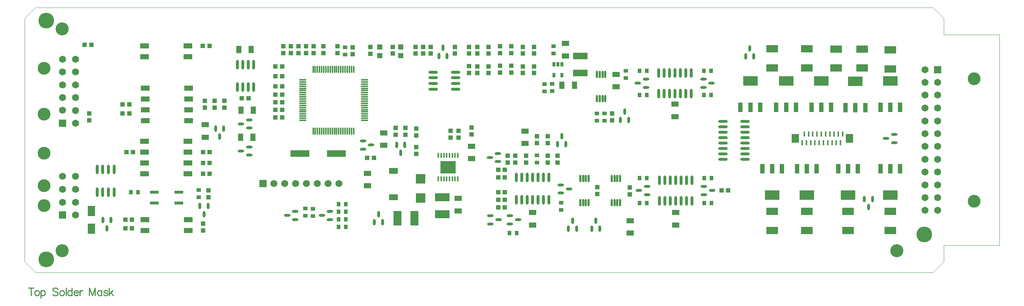
<source format=gts>
%FSLAX23Y23*%
%MOIN*%
G70*
G01*
G75*
G04 Layer_Color=8388736*
%ADD10C,0.010*%
%ADD11C,0.004*%
%ADD12C,0.004*%
%ADD13C,0.120*%
%ADD14R,0.071X0.051*%
%ADD15R,0.039X0.039*%
%ADD16R,0.039X0.039*%
%ADD17O,0.059X0.024*%
%ADD18O,0.024X0.059*%
%ADD19R,0.047X0.047*%
%ADD20R,0.080X0.050*%
%ADD21R,0.177X0.059*%
%ADD22O,0.024X0.087*%
%ADD23O,0.024X0.087*%
%ADD24R,0.141X0.116*%
%ADD25O,0.012X0.047*%
%ADD26O,0.011X0.067*%
%ADD27O,0.067X0.011*%
%ADD28O,0.087X0.024*%
%ADD29R,0.035X0.039*%
%ADD30R,0.039X0.035*%
%ADD31R,0.106X0.071*%
%ADD32R,0.134X0.085*%
%ADD33R,0.041X0.085*%
%ADD34R,0.041X0.085*%
%ADD35R,0.084X0.052*%
%ADD36R,0.071X0.094*%
%ADD37O,0.087X0.024*%
%ADD38R,0.091X0.091*%
%ADD39R,0.051X0.071*%
%ADD40R,0.075X0.134*%
%ADD41R,0.134X0.075*%
%ADD42O,0.018X0.067*%
%ADD43R,0.026X0.041*%
%ADD44R,0.134X0.063*%
%ADD45R,0.079X0.031*%
%ADD46R,0.016X0.049*%
%ADD47R,0.071X0.079*%
%ADD48C,0.145*%
%ADD49C,0.118*%
%ADD50R,0.065X0.065*%
%ADD51C,0.065*%
%ADD52R,0.065X0.065*%
%ADD53C,0.118*%
D10*
X-140Y-264D02*
Y-334D01*
X-163Y-264D02*
X-116D01*
X-91Y-288D02*
X-98Y-291D01*
X-105Y-298D01*
X-108Y-308D01*
Y-314D01*
X-105Y-324D01*
X-98Y-331D01*
X-91Y-334D01*
X-81D01*
X-75Y-331D01*
X-68Y-324D01*
X-65Y-314D01*
Y-308D01*
X-68Y-298D01*
X-75Y-291D01*
X-81Y-288D01*
X-91D01*
X-49D02*
Y-358D01*
Y-298D02*
X-43Y-291D01*
X-36Y-288D01*
X-26D01*
X-19Y-291D01*
X-13Y-298D01*
X-9Y-308D01*
Y-314D01*
X-13Y-324D01*
X-19Y-331D01*
X-26Y-334D01*
X-36D01*
X-43Y-331D01*
X-49Y-324D01*
X107Y-274D02*
X101Y-268D01*
X91Y-264D01*
X77D01*
X67Y-268D01*
X61Y-274D01*
Y-281D01*
X64Y-288D01*
X67Y-291D01*
X74Y-294D01*
X94Y-301D01*
X101Y-304D01*
X104Y-308D01*
X107Y-314D01*
Y-324D01*
X101Y-331D01*
X91Y-334D01*
X77D01*
X67Y-331D01*
X61Y-324D01*
X140Y-288D02*
X133Y-291D01*
X126Y-298D01*
X123Y-308D01*
Y-314D01*
X126Y-324D01*
X133Y-331D01*
X140Y-334D01*
X150D01*
X156Y-331D01*
X163Y-324D01*
X166Y-314D01*
Y-308D01*
X163Y-298D01*
X156Y-291D01*
X150Y-288D01*
X140D01*
X182Y-264D02*
Y-334D01*
X236Y-264D02*
Y-334D01*
Y-298D02*
X230Y-291D01*
X223Y-288D01*
X213D01*
X206Y-291D01*
X200Y-298D01*
X196Y-308D01*
Y-314D01*
X200Y-324D01*
X206Y-331D01*
X213Y-334D01*
X223D01*
X230Y-331D01*
X236Y-324D01*
X255Y-308D02*
X295D01*
Y-301D01*
X292Y-294D01*
X288Y-291D01*
X282Y-288D01*
X272D01*
X265Y-291D01*
X258Y-298D01*
X255Y-308D01*
Y-314D01*
X258Y-324D01*
X265Y-331D01*
X272Y-334D01*
X282D01*
X288Y-331D01*
X295Y-324D01*
X310Y-288D02*
Y-334D01*
Y-308D02*
X313Y-298D01*
X320Y-291D01*
X327Y-288D01*
X337D01*
X398Y-264D02*
Y-334D01*
Y-264D02*
X425Y-334D01*
X451Y-264D02*
X425Y-334D01*
X451Y-264D02*
Y-334D01*
X511Y-288D02*
Y-334D01*
Y-298D02*
X505Y-291D01*
X498Y-288D01*
X488D01*
X481Y-291D01*
X475Y-298D01*
X471Y-308D01*
Y-314D01*
X475Y-324D01*
X481Y-331D01*
X488Y-334D01*
X498D01*
X505Y-331D01*
X511Y-324D01*
X567Y-298D02*
X563Y-291D01*
X553Y-288D01*
X543D01*
X533Y-291D01*
X530Y-298D01*
X533Y-304D01*
X540Y-308D01*
X557Y-311D01*
X563Y-314D01*
X567Y-321D01*
Y-324D01*
X563Y-331D01*
X553Y-334D01*
X543D01*
X533Y-331D01*
X530Y-324D01*
X581Y-264D02*
Y-334D01*
X614Y-288D02*
X581Y-321D01*
X595Y-308D02*
X618Y-334D01*
D11*
X-200Y-21D02*
Y2224D01*
X-100Y2324D02*
X8180D01*
X-100Y-121D02*
X8180D01*
X8280Y-21D02*
Y129D01*
Y2074D02*
Y2224D01*
X8280D02*
X8280D01*
X8180Y2324D02*
X8280Y2224D01*
X8180Y-121D02*
X8280Y-21D01*
X-200D02*
X-100Y-121D01*
X-200Y2224D02*
X-100Y2324D01*
D12*
X8792Y129D02*
Y2074D01*
X8280Y129D02*
X8792D01*
X8280Y2074D02*
X8792D01*
D13*
X147Y2126D02*
D03*
Y79D02*
D03*
X7847D02*
D03*
D14*
X5385Y357D02*
D03*
Y243D02*
D03*
X3112Y1168D02*
D03*
Y1054D02*
D03*
X4790Y1878D02*
D03*
Y1992D02*
D03*
X3800Y448D02*
D03*
Y562D02*
D03*
X5800Y1432D02*
D03*
Y1318D02*
D03*
X5805Y432D02*
D03*
Y318D02*
D03*
X4485D02*
D03*
Y432D02*
D03*
X3922Y929D02*
D03*
Y1043D02*
D03*
X2962Y679D02*
D03*
Y793D02*
D03*
X4417Y1069D02*
D03*
Y1183D02*
D03*
X1465Y1242D02*
D03*
Y1128D02*
D03*
X5255Y1593D02*
D03*
Y1707D02*
D03*
D15*
X2255Y1966D02*
D03*
Y1904D02*
D03*
X2185Y1966D02*
D03*
Y1904D02*
D03*
X4255Y894D02*
D03*
Y956D02*
D03*
X3312Y1151D02*
D03*
Y1214D02*
D03*
X3222Y1214D02*
D03*
Y1151D02*
D03*
X1495Y636D02*
D03*
Y574D02*
D03*
X3730Y1124D02*
D03*
Y1186D02*
D03*
X3405Y1961D02*
D03*
Y1899D02*
D03*
X3475Y1961D02*
D03*
Y1899D02*
D03*
X3802Y1124D02*
D03*
Y1187D02*
D03*
X3412Y1207D02*
D03*
Y1144D02*
D03*
X4427Y894D02*
D03*
Y957D02*
D03*
X4627Y1137D02*
D03*
Y1074D02*
D03*
X4527Y1074D02*
D03*
Y1137D02*
D03*
X4627Y957D02*
D03*
Y894D02*
D03*
X4327Y957D02*
D03*
Y894D02*
D03*
X2825Y1894D02*
D03*
Y1956D02*
D03*
X3195Y1899D02*
D03*
Y1961D02*
D03*
X2991Y1897D02*
D03*
Y1960D02*
D03*
X397Y1284D02*
D03*
Y1347D02*
D03*
X2325Y1904D02*
D03*
Y1966D02*
D03*
X2395Y1904D02*
D03*
Y1966D02*
D03*
X3770Y1961D02*
D03*
Y1899D02*
D03*
X3922Y1154D02*
D03*
Y1217D02*
D03*
X1552Y1399D02*
D03*
Y1462D02*
D03*
X1642Y1399D02*
D03*
Y1462D02*
D03*
X1462Y1399D02*
D03*
Y1462D02*
D03*
X3412Y1037D02*
D03*
Y974D02*
D03*
X4500Y1781D02*
D03*
Y1719D02*
D03*
X4395Y1781D02*
D03*
Y1719D02*
D03*
X4290Y1786D02*
D03*
Y1724D02*
D03*
X4500Y1899D02*
D03*
Y1961D02*
D03*
X4395Y1899D02*
D03*
Y1961D02*
D03*
X4290Y1904D02*
D03*
Y1966D02*
D03*
X4185Y1786D02*
D03*
Y1724D02*
D03*
X4080Y1781D02*
D03*
Y1719D02*
D03*
X3975Y1781D02*
D03*
Y1719D02*
D03*
X4185Y1904D02*
D03*
Y1966D02*
D03*
X4080Y1899D02*
D03*
Y1961D02*
D03*
X3975Y1899D02*
D03*
Y1961D02*
D03*
X2685Y1966D02*
D03*
Y1904D02*
D03*
X2557Y1904D02*
D03*
Y1967D02*
D03*
X1447Y267D02*
D03*
Y330D02*
D03*
X3900Y1782D02*
D03*
Y1719D02*
D03*
X3900Y1961D02*
D03*
Y1899D02*
D03*
X2467Y1904D02*
D03*
Y1967D02*
D03*
X4717Y894D02*
D03*
Y957D02*
D03*
X5384Y600D02*
D03*
Y662D02*
D03*
X5084Y665D02*
D03*
Y603D02*
D03*
X5220Y1284D02*
D03*
Y1346D02*
D03*
X3545Y1899D02*
D03*
Y1961D02*
D03*
D16*
X4231Y480D02*
D03*
X4169D02*
D03*
X6229Y635D02*
D03*
X6291D02*
D03*
X739Y990D02*
D03*
X801D02*
D03*
X704Y1345D02*
D03*
X766D02*
D03*
X729Y365D02*
D03*
X791D02*
D03*
X729Y285D02*
D03*
X791D02*
D03*
X4169Y620D02*
D03*
X4231D02*
D03*
X4169Y550D02*
D03*
X4231D02*
D03*
X1802Y1488D02*
D03*
X1865D02*
D03*
X2961Y936D02*
D03*
X3023D02*
D03*
X4231Y755D02*
D03*
X4169D02*
D03*
X4169Y825D02*
D03*
X4231D02*
D03*
X1446Y791D02*
D03*
X1508D02*
D03*
X1446Y891D02*
D03*
X1508D02*
D03*
X1446Y991D02*
D03*
X1508D02*
D03*
X354Y1979D02*
D03*
X416D02*
D03*
X2176Y1380D02*
D03*
X2114D02*
D03*
Y1690D02*
D03*
X2176D02*
D03*
X2114Y1450D02*
D03*
X2176D02*
D03*
X2114Y1780D02*
D03*
X2176D02*
D03*
X2114Y1520D02*
D03*
X2176D02*
D03*
X2114Y1595D02*
D03*
X2176D02*
D03*
X1506Y1970D02*
D03*
X1444D02*
D03*
X704Y1430D02*
D03*
X766D02*
D03*
X2114Y1310D02*
D03*
X2176D02*
D03*
D17*
X7748Y1115D02*
D03*
X7823Y1152D02*
D03*
Y1077D02*
D03*
X2997Y1055D02*
D03*
X2922Y1018D02*
D03*
Y1093D02*
D03*
X1798Y1000D02*
D03*
X1873Y1037D02*
D03*
Y962D02*
D03*
X1798Y1250D02*
D03*
X1873Y1287D02*
D03*
Y1212D02*
D03*
X4097Y403D02*
D03*
Y328D02*
D03*
X4172Y365D02*
D03*
X4168Y902D02*
D03*
Y977D02*
D03*
X4093Y940D02*
D03*
X4277Y403D02*
D03*
X4352Y365D02*
D03*
X4277Y328D02*
D03*
X4747Y613D02*
D03*
X4822Y650D02*
D03*
X4747Y688D02*
D03*
X6137Y1625D02*
D03*
X6062Y1588D02*
D03*
Y1663D02*
D03*
X6142Y635D02*
D03*
X6067Y598D02*
D03*
Y673D02*
D03*
X5458Y1625D02*
D03*
X5533Y1662D02*
D03*
Y1587D02*
D03*
X5468Y635D02*
D03*
X5543Y672D02*
D03*
Y597D02*
D03*
X2543Y405D02*
D03*
X2618Y367D02*
D03*
Y442D02*
D03*
X2298Y367D02*
D03*
Y442D02*
D03*
X2223Y405D02*
D03*
D18*
X6452Y1872D02*
D03*
X6527D02*
D03*
X6490Y1947D02*
D03*
X7585Y483D02*
D03*
X7548Y558D02*
D03*
X7623D02*
D03*
X3270Y983D02*
D03*
X3233Y1058D02*
D03*
X3308D02*
D03*
X1455Y418D02*
D03*
X1418Y493D02*
D03*
X1493D02*
D03*
X3065Y417D02*
D03*
X3102Y342D02*
D03*
X3027D02*
D03*
X523Y363D02*
D03*
X560Y288D02*
D03*
X598Y363D02*
D03*
X3622Y1877D02*
D03*
X3697D02*
D03*
X3659Y1952D02*
D03*
X4717Y1062D02*
D03*
X4792D02*
D03*
X4755Y1137D02*
D03*
X1638Y1208D02*
D03*
X1563D02*
D03*
X1600Y1133D02*
D03*
X5070Y357D02*
D03*
X5033Y282D02*
D03*
X5108D02*
D03*
X4855Y357D02*
D03*
X4818Y282D02*
D03*
X4893D02*
D03*
X5297Y1287D02*
D03*
X5372D02*
D03*
X5335Y1362D02*
D03*
D19*
X3075Y1879D02*
D03*
Y1961D02*
D03*
X3270Y1879D02*
D03*
Y1961D02*
D03*
D20*
X1308Y1091D02*
D03*
Y791D02*
D03*
X908D02*
D03*
Y1091D02*
D03*
Y991D02*
D03*
Y891D02*
D03*
X1308Y991D02*
D03*
Y891D02*
D03*
X912Y1279D02*
D03*
Y1579D02*
D03*
X1312D02*
D03*
Y1279D02*
D03*
Y1379D02*
D03*
Y1479D02*
D03*
X912Y1379D02*
D03*
Y1479D02*
D03*
X1309Y265D02*
D03*
Y365D02*
D03*
X909D02*
D03*
Y265D02*
D03*
X908Y1971D02*
D03*
Y1871D02*
D03*
X1308D02*
D03*
Y1971D02*
D03*
D21*
X2675Y976D02*
D03*
X2341D02*
D03*
D22*
X5650Y1720D02*
D03*
X5800D02*
D03*
X5950D02*
D03*
Y1531D02*
D03*
X5800D02*
D03*
X5750D02*
D03*
X5700D02*
D03*
X5650D02*
D03*
X5900Y1720D02*
D03*
X5850D02*
D03*
X5750D02*
D03*
X5700D02*
D03*
X5850Y1531D02*
D03*
X5900D02*
D03*
X5655Y541D02*
D03*
X5705D02*
D03*
X5755D02*
D03*
X5805D02*
D03*
X5855D02*
D03*
X5905D02*
D03*
X5955D02*
D03*
Y730D02*
D03*
X5905D02*
D03*
X5855D02*
D03*
X5805D02*
D03*
X5755D02*
D03*
X5705D02*
D03*
X5655D02*
D03*
X1764Y1591D02*
D03*
X4586Y550D02*
D03*
X4536D02*
D03*
X4336D02*
D03*
X4386D02*
D03*
X4436D02*
D03*
X4486D02*
D03*
X4636D02*
D03*
X4336Y758D02*
D03*
X4386D02*
D03*
X4436D02*
D03*
X4486D02*
D03*
X4536D02*
D03*
X4586D02*
D03*
X4636D02*
D03*
X521Y830D02*
D03*
X469D02*
D03*
X573Y621D02*
D03*
X521D02*
D03*
X625Y830D02*
D03*
Y621D02*
D03*
X469D02*
D03*
D23*
X1914Y1795D02*
D03*
X1864D02*
D03*
X1814D02*
D03*
X1764D02*
D03*
X1914Y1591D02*
D03*
X1864D02*
D03*
X1814D02*
D03*
X573Y830D02*
D03*
D24*
X3707Y851D02*
D03*
D25*
X3617Y742D02*
D03*
X3643D02*
D03*
X3669D02*
D03*
X3694D02*
D03*
X3720D02*
D03*
X3745D02*
D03*
X3771D02*
D03*
X3797D02*
D03*
X3617Y960D02*
D03*
X3643D02*
D03*
X3669D02*
D03*
X3694D02*
D03*
X3720D02*
D03*
X3745D02*
D03*
X3771D02*
D03*
X3797D02*
D03*
D26*
X2737Y1184D02*
D03*
X2718D02*
D03*
X2796Y1754D02*
D03*
X2757Y1184D02*
D03*
X2836Y1754D02*
D03*
X2816D02*
D03*
X2777D02*
D03*
X2757D02*
D03*
X2737D02*
D03*
X2718D02*
D03*
X2698D02*
D03*
X2678D02*
D03*
X2659D02*
D03*
X2639D02*
D03*
X2619D02*
D03*
X2599D02*
D03*
X2580D02*
D03*
X2560D02*
D03*
X2540D02*
D03*
X2521D02*
D03*
X2501D02*
D03*
X2481D02*
D03*
X2462D02*
D03*
X2836Y1184D02*
D03*
X2816D02*
D03*
X2796D02*
D03*
X2777D02*
D03*
X2698D02*
D03*
X2678D02*
D03*
X2659D02*
D03*
X2639D02*
D03*
X2619D02*
D03*
X2599D02*
D03*
X2580D02*
D03*
X2560D02*
D03*
X2540D02*
D03*
X2521D02*
D03*
X2501D02*
D03*
X2481D02*
D03*
X2462D02*
D03*
D27*
X2365Y1362D02*
D03*
X2936Y1618D02*
D03*
X2365Y1657D02*
D03*
Y1637D02*
D03*
Y1618D02*
D03*
Y1598D02*
D03*
Y1578D02*
D03*
Y1559D02*
D03*
Y1539D02*
D03*
Y1519D02*
D03*
Y1499D02*
D03*
Y1480D02*
D03*
Y1460D02*
D03*
Y1440D02*
D03*
Y1421D02*
D03*
Y1401D02*
D03*
Y1381D02*
D03*
Y1342D02*
D03*
Y1322D02*
D03*
Y1303D02*
D03*
Y1283D02*
D03*
X2936Y1657D02*
D03*
Y1637D02*
D03*
Y1598D02*
D03*
Y1578D02*
D03*
Y1559D02*
D03*
Y1539D02*
D03*
Y1519D02*
D03*
Y1499D02*
D03*
Y1480D02*
D03*
Y1460D02*
D03*
Y1440D02*
D03*
Y1421D02*
D03*
Y1401D02*
D03*
Y1381D02*
D03*
Y1362D02*
D03*
Y1342D02*
D03*
Y1322D02*
D03*
Y1303D02*
D03*
Y1283D02*
D03*
D28*
X6447Y1272D02*
D03*
Y1222D02*
D03*
Y1172D02*
D03*
Y1122D02*
D03*
Y1072D02*
D03*
Y1022D02*
D03*
Y972D02*
D03*
Y922D02*
D03*
X6243Y972D02*
D03*
Y1022D02*
D03*
Y1072D02*
D03*
Y1122D02*
D03*
Y1172D02*
D03*
Y1222D02*
D03*
Y1272D02*
D03*
Y922D02*
D03*
X3569Y1675D02*
D03*
D29*
X6066Y1515D02*
D03*
X6133D02*
D03*
X4272Y244D02*
D03*
X4339D02*
D03*
X6071Y520D02*
D03*
X6138D02*
D03*
X2764Y440D02*
D03*
X2697D02*
D03*
X2696Y510D02*
D03*
X2763D02*
D03*
X6133Y1740D02*
D03*
X6066D02*
D03*
X6071Y750D02*
D03*
X6138D02*
D03*
X848Y620D02*
D03*
X781D02*
D03*
X5539Y1740D02*
D03*
X5472D02*
D03*
X5539Y750D02*
D03*
X5472D02*
D03*
X5539Y1515D02*
D03*
X5472D02*
D03*
X5539Y520D02*
D03*
X5472D02*
D03*
X2763Y300D02*
D03*
X2696D02*
D03*
X2764Y370D02*
D03*
X2697D02*
D03*
D30*
X4750Y457D02*
D03*
Y524D02*
D03*
X4665Y1552D02*
D03*
Y1619D02*
D03*
X2460Y468D02*
D03*
Y401D02*
D03*
X4595Y1551D02*
D03*
Y1618D02*
D03*
X5080Y1348D02*
D03*
Y1281D02*
D03*
X5345Y1672D02*
D03*
Y1739D02*
D03*
X5150Y1281D02*
D03*
Y1348D02*
D03*
X4527Y893D02*
D03*
Y959D02*
D03*
X2755Y1958D02*
D03*
Y1891D02*
D03*
X1405Y572D02*
D03*
Y639D02*
D03*
X4680Y1901D02*
D03*
Y1968D02*
D03*
X2390Y402D02*
D03*
Y469D02*
D03*
D31*
X7525Y1941D02*
D03*
Y1766D02*
D03*
X7285D02*
D03*
Y1941D02*
D03*
X7787Y443D02*
D03*
Y268D02*
D03*
Y1758D02*
D03*
Y1933D02*
D03*
X6697Y443D02*
D03*
Y268D02*
D03*
Y1768D02*
D03*
Y1943D02*
D03*
X7017Y268D02*
D03*
Y443D02*
D03*
Y1768D02*
D03*
Y1943D02*
D03*
X7397Y268D02*
D03*
Y443D02*
D03*
D32*
X7150Y1646D02*
D03*
X7787Y594D02*
D03*
X7787Y1646D02*
D03*
X6697Y594D02*
D03*
X6495Y1646D02*
D03*
X7017Y594D02*
D03*
X6825Y1646D02*
D03*
X7397Y594D02*
D03*
X7464Y1644D02*
D03*
D33*
X7241Y1402D02*
D03*
X7150D02*
D03*
X7696Y838D02*
D03*
X7787D02*
D03*
X7878Y1402D02*
D03*
X7787D02*
D03*
X6697Y838D02*
D03*
X6606D02*
D03*
X6586Y1402D02*
D03*
X6495D02*
D03*
X7017Y838D02*
D03*
X6926D02*
D03*
X6916Y1402D02*
D03*
X6825D02*
D03*
X7397Y838D02*
D03*
X7306D02*
D03*
X7464Y1400D02*
D03*
X7555D02*
D03*
D34*
X7059Y1402D02*
D03*
X7878Y838D02*
D03*
X7696Y1402D02*
D03*
X6788Y838D02*
D03*
X6404Y1402D02*
D03*
X7108Y838D02*
D03*
X6734Y1402D02*
D03*
X7488Y838D02*
D03*
X7373Y1400D02*
D03*
D35*
X3202Y818D02*
D03*
Y573D02*
D03*
D36*
X415Y283D02*
D03*
Y445D02*
D03*
D37*
X3569Y1727D02*
D03*
X3778Y1571D02*
D03*
Y1623D02*
D03*
Y1675D02*
D03*
Y1727D02*
D03*
X3569Y1571D02*
D03*
Y1623D02*
D03*
D38*
X3452Y566D02*
D03*
Y743D02*
D03*
D39*
X1911Y1378D02*
D03*
X1797D02*
D03*
X1891Y1938D02*
D03*
X1777D02*
D03*
X1907Y1125D02*
D03*
X1793D02*
D03*
X4758Y1605D02*
D03*
X4872D02*
D03*
D40*
X3395Y381D02*
D03*
X3241D02*
D03*
D41*
X3652Y572D02*
D03*
Y418D02*
D03*
D42*
X5294Y523D02*
D03*
X5268D02*
D03*
X5242D02*
D03*
X5217D02*
D03*
Y747D02*
D03*
X5242D02*
D03*
X5268D02*
D03*
X5294D02*
D03*
X5004Y523D02*
D03*
X4978D02*
D03*
X4952D02*
D03*
X4927D02*
D03*
Y747D02*
D03*
X4952D02*
D03*
X4978D02*
D03*
X5004D02*
D03*
X5081Y1482D02*
D03*
X5107D02*
D03*
X5133D02*
D03*
X5158D02*
D03*
Y1706D02*
D03*
X5133D02*
D03*
X5107D02*
D03*
X5081D02*
D03*
D43*
X4758Y1701D02*
D03*
X4683D02*
D03*
Y1799D02*
D03*
X4720D02*
D03*
X4758D02*
D03*
D44*
X4925Y1721D02*
D03*
Y1878D02*
D03*
D45*
X1224Y620D02*
D03*
Y520D02*
D03*
X996D02*
D03*
Y620D02*
D03*
D46*
X7327Y1078D02*
D03*
X7308Y1156D02*
D03*
X7288Y1078D02*
D03*
X7268Y1156D02*
D03*
X7249Y1078D02*
D03*
X7229Y1156D02*
D03*
X6973Y1078D02*
D03*
X7170D02*
D03*
X7190Y1156D02*
D03*
X7209Y1078D02*
D03*
X7347Y1156D02*
D03*
X6993D02*
D03*
X7012Y1078D02*
D03*
X7032Y1156D02*
D03*
X7052Y1078D02*
D03*
X7071Y1156D02*
D03*
X7130Y1078D02*
D03*
X7150Y1156D02*
D03*
X7091Y1078D02*
D03*
X7111Y1156D02*
D03*
D47*
X6910Y1117D02*
D03*
X7410D02*
D03*
D48*
X0Y0D02*
D03*
Y2202D02*
D03*
X8100Y229D02*
D03*
D49*
X-19Y981D02*
D03*
X-19Y495D02*
D03*
Y680D02*
D03*
X-19Y1341D02*
D03*
D50*
X2000Y700D02*
D03*
D51*
X2100D02*
D03*
X2200D02*
D03*
X2300D02*
D03*
X2400D02*
D03*
X2500D02*
D03*
X2600D02*
D03*
X2700D02*
D03*
X151Y646D02*
D03*
Y765D02*
D03*
X151Y528D02*
D03*
X269Y528D02*
D03*
Y646D02*
D03*
Y765D02*
D03*
X269Y410D02*
D03*
X151Y1375D02*
D03*
Y1493D02*
D03*
Y1611D02*
D03*
Y1729D02*
D03*
Y1847D02*
D03*
X269Y1257D02*
D03*
X269Y1373D02*
D03*
X269Y1847D02*
D03*
X269Y1729D02*
D03*
Y1611D02*
D03*
Y1493D02*
D03*
X8106Y452D02*
D03*
Y570D02*
D03*
Y688D02*
D03*
Y806D02*
D03*
Y924D02*
D03*
Y1042D02*
D03*
Y1160D02*
D03*
Y1278D02*
D03*
Y1396D02*
D03*
Y1515D02*
D03*
Y1633D02*
D03*
Y1751D02*
D03*
X8224Y452D02*
D03*
Y570D02*
D03*
Y688D02*
D03*
Y806D02*
D03*
Y924D02*
D03*
Y1042D02*
D03*
Y1160D02*
D03*
Y1278D02*
D03*
Y1396D02*
D03*
Y1515D02*
D03*
Y1633D02*
D03*
D52*
X151Y410D02*
D03*
X151Y1257D02*
D03*
X8224Y1751D02*
D03*
D53*
X-19Y1763D02*
D03*
X8560Y537D02*
D03*
Y1666D02*
D03*
M02*

</source>
